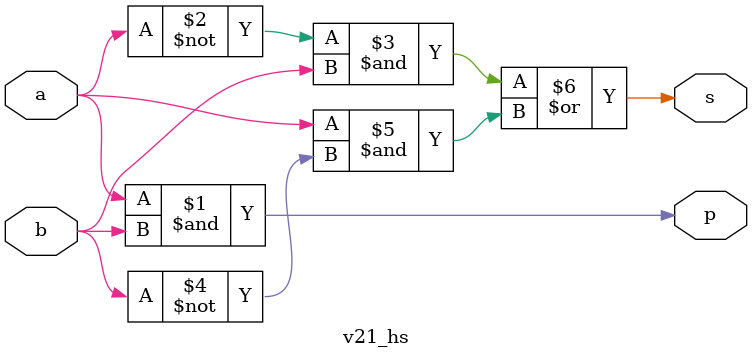
<source format=v>
module v21_hs(a,b,p,s);
input a,b;
output p,s;
assign p = a & b;
assign s = ~a&b | a&~b;
endmodule
</source>
